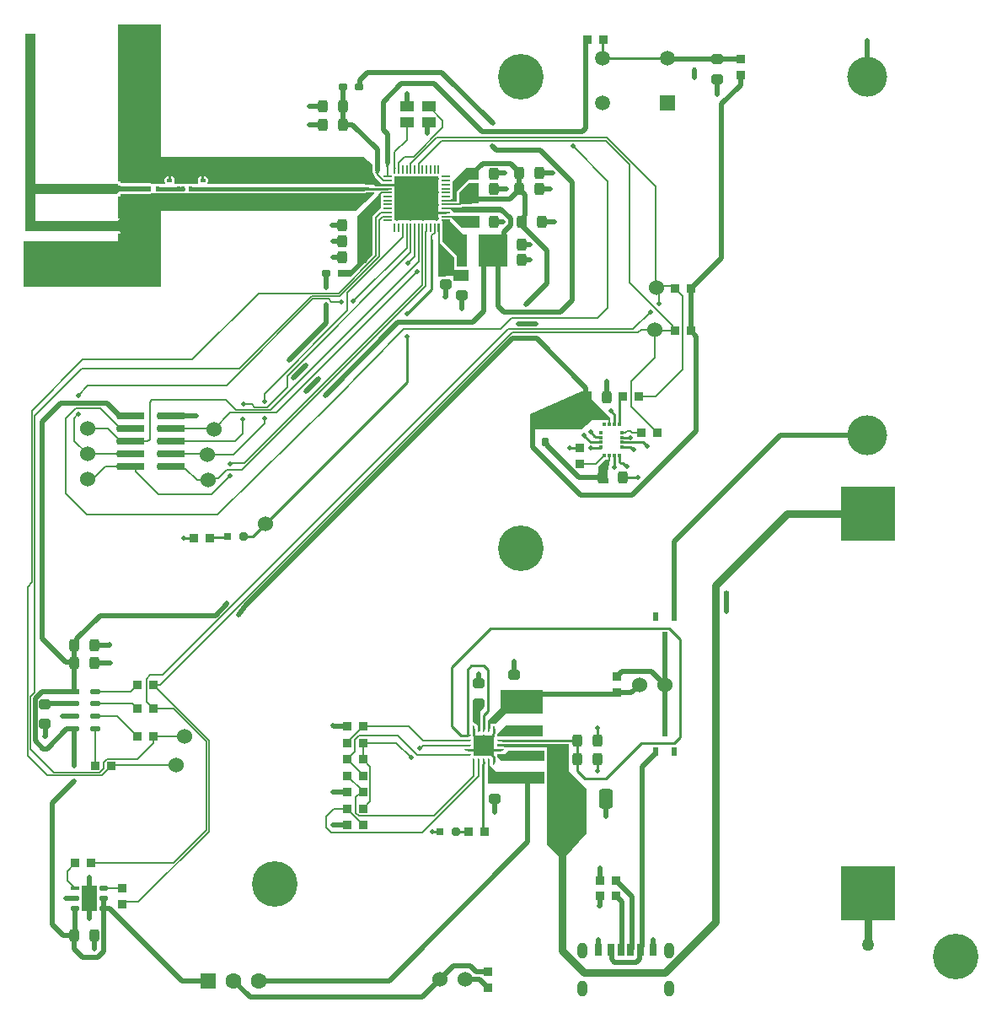
<source format=gtl>
G04*
G04 #@! TF.GenerationSoftware,Altium Limited,Altium Designer,24.1.2 (44)*
G04*
G04 Layer_Physical_Order=1*
G04 Layer_Color=255*
%FSLAX44Y44*%
%MOMM*%
G71*
G04*
G04 #@! TF.SameCoordinates,F17E1149-1677-4603-BC53-BAD2445CDC7D*
G04*
G04*
G04 #@! TF.FilePolarity,Positive*
G04*
G01*
G75*
%ADD15C,0.2540*%
%ADD17C,0.1778*%
G04:AMPARAMS|DCode=21|XSize=1.2mm|YSize=1mm|CornerRadius=0.25mm|HoleSize=0mm|Usage=FLASHONLY|Rotation=90.000|XOffset=0mm|YOffset=0mm|HoleType=Round|Shape=RoundedRectangle|*
%AMROUNDEDRECTD21*
21,1,1.2000,0.5000,0,0,90.0*
21,1,0.7000,1.0000,0,0,90.0*
1,1,0.5000,0.2500,0.3500*
1,1,0.5000,0.2500,-0.3500*
1,1,0.5000,-0.2500,-0.3500*
1,1,0.5000,-0.2500,0.3500*
%
%ADD21ROUNDEDRECTD21*%
G04:AMPARAMS|DCode=22|XSize=0.9mm|YSize=0.9mm|CornerRadius=0.225mm|HoleSize=0mm|Usage=FLASHONLY|Rotation=0.000|XOffset=0mm|YOffset=0mm|HoleType=Round|Shape=RoundedRectangle|*
%AMROUNDEDRECTD22*
21,1,0.9000,0.4500,0,0,0.0*
21,1,0.4500,0.9000,0,0,0.0*
1,1,0.4500,0.2250,-0.2250*
1,1,0.4500,-0.2250,-0.2250*
1,1,0.4500,-0.2250,0.2250*
1,1,0.4500,0.2250,0.2250*
%
%ADD22ROUNDEDRECTD22*%
%ADD23O,0.2200X0.8600*%
%ADD24R,0.2200X0.8600*%
%ADD25O,0.8600X0.2200*%
G04:AMPARAMS|DCode=26|XSize=1.2mm|YSize=1mm|CornerRadius=0.25mm|HoleSize=0mm|Usage=FLASHONLY|Rotation=0.000|XOffset=0mm|YOffset=0mm|HoleType=Round|Shape=RoundedRectangle|*
%AMROUNDEDRECTD26*
21,1,1.2000,0.5000,0,0,0.0*
21,1,0.7000,1.0000,0,0,0.0*
1,1,0.5000,0.3500,-0.2500*
1,1,0.5000,-0.3500,-0.2500*
1,1,0.5000,-0.3500,0.2500*
1,1,0.5000,0.3500,0.2500*
%
%ADD26ROUNDEDRECTD26*%
%ADD27R,5.5000X5.5000*%
G04:AMPARAMS|DCode=28|XSize=0.7mm|YSize=0.85mm|CornerRadius=0.175mm|HoleSize=0mm|Usage=FLASHONLY|Rotation=270.000|XOffset=0mm|YOffset=0mm|HoleType=Round|Shape=RoundedRectangle|*
%AMROUNDEDRECTD28*
21,1,0.7000,0.5000,0,0,270.0*
21,1,0.3500,0.8500,0,0,270.0*
1,1,0.3500,-0.2500,-0.1750*
1,1,0.3500,-0.2500,0.1750*
1,1,0.3500,0.2500,0.1750*
1,1,0.3500,0.2500,-0.1750*
%
%ADD28ROUNDEDRECTD28*%
%ADD29R,0.4500X0.5000*%
G04:AMPARAMS|DCode=30|XSize=2mm|YSize=1.4mm|CornerRadius=0.35mm|HoleSize=0mm|Usage=FLASHONLY|Rotation=90.000|XOffset=0mm|YOffset=0mm|HoleType=Round|Shape=RoundedRectangle|*
%AMROUNDEDRECTD30*
21,1,2.0000,0.7000,0,0,90.0*
21,1,1.3000,1.4000,0,0,90.0*
1,1,0.7000,0.3500,0.6500*
1,1,0.7000,0.3500,-0.6500*
1,1,0.7000,-0.3500,-0.6500*
1,1,0.7000,-0.3500,0.6500*
%
%ADD30ROUNDEDRECTD30*%
%ADD31R,0.5000X0.4500*%
G04:AMPARAMS|DCode=32|XSize=0.7mm|YSize=0.85mm|CornerRadius=0.175mm|HoleSize=0mm|Usage=FLASHONLY|Rotation=0.000|XOffset=0mm|YOffset=0mm|HoleType=Round|Shape=RoundedRectangle|*
%AMROUNDEDRECTD32*
21,1,0.7000,0.5000,0,0,0.0*
21,1,0.3500,0.8500,0,0,0.0*
1,1,0.3500,0.1750,-0.2500*
1,1,0.3500,-0.1750,-0.2500*
1,1,0.3500,-0.1750,0.2500*
1,1,0.3500,0.1750,0.2500*
%
%ADD32ROUNDEDRECTD32*%
%ADD33R,1.0000X3.2000*%
%ADD34R,0.8000X1.2000*%
%ADD35R,0.7600X1.2000*%
%ADD36R,0.7000X1.2000*%
%ADD37R,3.2000X1.0000*%
%ADD38R,0.8000X0.8000*%
G04:AMPARAMS|DCode=39|XSize=0.8mm|YSize=0.8mm|CornerRadius=0.2mm|HoleSize=0mm|Usage=FLASHONLY|Rotation=90.000|XOffset=0mm|YOffset=0mm|HoleType=Round|Shape=RoundedRectangle|*
%AMROUNDEDRECTD39*
21,1,0.8000,0.4000,0,0,90.0*
21,1,0.4000,0.8000,0,0,90.0*
1,1,0.4000,0.2000,0.2000*
1,1,0.4000,0.2000,-0.2000*
1,1,0.4000,-0.2000,-0.2000*
1,1,0.4000,-0.2000,0.2000*
%
%ADD39ROUNDEDRECTD39*%
G04:AMPARAMS|DCode=40|XSize=0.9mm|YSize=0.9mm|CornerRadius=0.225mm|HoleSize=0mm|Usage=FLASHONLY|Rotation=270.000|XOffset=0mm|YOffset=0mm|HoleType=Round|Shape=RoundedRectangle|*
%AMROUNDEDRECTD40*
21,1,0.9000,0.4500,0,0,270.0*
21,1,0.4500,0.9000,0,0,270.0*
1,1,0.4500,-0.2250,-0.2250*
1,1,0.4500,-0.2250,0.2250*
1,1,0.4500,0.2250,0.2250*
1,1,0.4500,0.2250,-0.2250*
%
%ADD40ROUNDEDRECTD40*%
G04:AMPARAMS|DCode=41|XSize=2.794mm|YSize=0.7366mm|CornerRadius=0.1842mm|HoleSize=0mm|Usage=FLASHONLY|Rotation=0.000|XOffset=0mm|YOffset=0mm|HoleType=Round|Shape=RoundedRectangle|*
%AMROUNDEDRECTD41*
21,1,2.7940,0.3683,0,0,0.0*
21,1,2.4257,0.7366,0,0,0.0*
1,1,0.3683,1.2129,-0.1842*
1,1,0.3683,-1.2129,-0.1842*
1,1,0.3683,-1.2129,0.1842*
1,1,0.3683,1.2129,0.1842*
%
%ADD41ROUNDEDRECTD41*%
%ADD42R,8.4074X1.0160*%
%ADD43R,0.9906X19.8628*%
%ADD44R,0.4000X0.5000*%
G04:AMPARAMS|DCode=45|XSize=0.5mm|YSize=0.4mm|CornerRadius=0.1mm|HoleSize=0mm|Usage=FLASHONLY|Rotation=270.000|XOffset=0mm|YOffset=0mm|HoleType=Round|Shape=RoundedRectangle|*
%AMROUNDEDRECTD45*
21,1,0.5000,0.2000,0,0,270.0*
21,1,0.3000,0.4000,0,0,270.0*
1,1,0.2000,-0.1000,-0.1500*
1,1,0.2000,-0.1000,0.1500*
1,1,0.2000,0.1000,0.1500*
1,1,0.2000,0.1000,-0.1500*
%
%ADD45ROUNDEDRECTD45*%
%ADD46R,1.4000X1.1000*%
G04:AMPARAMS|DCode=47|XSize=0.5mm|YSize=0.4mm|CornerRadius=0.1mm|HoleSize=0mm|Usage=FLASHONLY|Rotation=180.000|XOffset=0mm|YOffset=0mm|HoleType=Round|Shape=RoundedRectangle|*
%AMROUNDEDRECTD47*
21,1,0.5000,0.2000,0,0,180.0*
21,1,0.3000,0.4000,0,0,180.0*
1,1,0.2000,-0.1500,0.1000*
1,1,0.2000,0.1500,0.1000*
1,1,0.2000,0.1500,-0.1000*
1,1,0.2000,-0.1500,-0.1000*
%
%ADD47ROUNDEDRECTD47*%
%ADD48R,0.5000X0.4000*%
G04:AMPARAMS|DCode=50|XSize=0.24mm|YSize=0.6mm|CornerRadius=0.06mm|HoleSize=0mm|Usage=FLASHONLY|Rotation=270.000|XOffset=0mm|YOffset=0mm|HoleType=Round|Shape=RoundedRectangle|*
%AMROUNDEDRECTD50*
21,1,0.2400,0.4800,0,0,270.0*
21,1,0.1200,0.6000,0,0,270.0*
1,1,0.1200,-0.2400,-0.0600*
1,1,0.1200,-0.2400,0.0600*
1,1,0.1200,0.2400,0.0600*
1,1,0.1200,0.2400,-0.0600*
%
%ADD50ROUNDEDRECTD50*%
G04:AMPARAMS|DCode=51|XSize=0.24mm|YSize=0.6mm|CornerRadius=0.06mm|HoleSize=0mm|Usage=FLASHONLY|Rotation=0.000|XOffset=0mm|YOffset=0mm|HoleType=Round|Shape=RoundedRectangle|*
%AMROUNDEDRECTD51*
21,1,0.2400,0.4800,0,0,0.0*
21,1,0.1200,0.6000,0,0,0.0*
1,1,0.1200,0.0600,-0.2400*
1,1,0.1200,-0.0600,-0.2400*
1,1,0.1200,-0.0600,0.2400*
1,1,0.1200,0.0600,0.2400*
%
%ADD51ROUNDEDRECTD51*%
G04:AMPARAMS|DCode=52|XSize=0.24mm|YSize=0.6mm|CornerRadius=0.06mm|HoleSize=0mm|Usage=FLASHONLY|Rotation=270.000|XOffset=0mm|YOffset=0mm|HoleType=Round|Shape=RoundedRectangle|*
%AMROUNDEDRECTD52*
21,1,0.2400,0.4800,0,0,270.0*
21,1,0.1200,0.6000,0,0,270.0*
1,1,0.1200,-0.2400,-0.0600*
1,1,0.1200,-0.2400,0.0600*
1,1,0.1200,0.2400,0.0600*
1,1,0.1200,0.2400,-0.0600*
%
%ADD52ROUNDEDRECTD52*%
%ADD53R,0.2400X0.6000*%
%ADD54R,0.5600X0.9500*%
%ADD55C,4.0000*%
G04:AMPARAMS|DCode=56|XSize=3.2mm|YSize=1mm|CornerRadius=0.25mm|HoleSize=0mm|Usage=FLASHONLY|Rotation=0.000|XOffset=0mm|YOffset=0mm|HoleType=Round|Shape=RoundedRectangle|*
%AMROUNDEDRECTD56*
21,1,3.2000,0.5000,0,0,0.0*
21,1,2.7000,1.0000,0,0,0.0*
1,1,0.5000,1.3500,-0.2500*
1,1,0.5000,-1.3500,-0.2500*
1,1,0.5000,-1.3500,0.2500*
1,1,0.5000,1.3500,0.2500*
%
%ADD56ROUNDEDRECTD56*%
G04:AMPARAMS|DCode=57|XSize=0.55mm|YSize=1.05mm|CornerRadius=0.1375mm|HoleSize=0mm|Usage=FLASHONLY|Rotation=90.000|XOffset=0mm|YOffset=0mm|HoleType=Round|Shape=RoundedRectangle|*
%AMROUNDEDRECTD57*
21,1,0.5500,0.7750,0,0,90.0*
21,1,0.2750,1.0500,0,0,90.0*
1,1,0.2750,0.3875,0.1375*
1,1,0.2750,0.3875,-0.1375*
1,1,0.2750,-0.3875,-0.1375*
1,1,0.2750,-0.3875,0.1375*
%
%ADD57ROUNDEDRECTD57*%
%ADD58R,1.0500X0.5500*%
%ADD59R,0.8500X0.4500*%
G04:AMPARAMS|DCode=60|XSize=0.45mm|YSize=0.85mm|CornerRadius=0.1125mm|HoleSize=0mm|Usage=FLASHONLY|Rotation=90.000|XOffset=0mm|YOffset=0mm|HoleType=Round|Shape=RoundedRectangle|*
%AMROUNDEDRECTD60*
21,1,0.4500,0.6250,0,0,90.0*
21,1,0.2250,0.8500,0,0,90.0*
1,1,0.2250,0.3125,0.1125*
1,1,0.2250,0.3125,-0.1125*
1,1,0.2250,-0.3125,-0.1125*
1,1,0.2250,-0.3125,0.1125*
%
%ADD60ROUNDEDRECTD60*%
%ADD61R,1.6000X2.5000*%
%ADD62R,0.3000X0.3000*%
%ADD63R,0.3000X0.3000*%
%ADD112R,4.4500X4.4500*%
%ADD113R,2.0500X2.0500*%
%ADD114C,0.1524*%
%ADD115C,0.5080*%
%ADD116C,0.7620*%
%ADD117C,0.2200*%
%ADD118C,0.4000*%
%ADD119C,1.0160*%
%ADD120C,0.2400*%
%ADD121C,0.5000*%
%ADD122C,1.5240*%
%ADD123C,4.5720*%
%ADD124O,1.0000X1.6000*%
%ADD125C,1.5080*%
%ADD126R,1.5080X1.5080*%
%ADD127C,1.6000*%
%ADD128R,1.6000X1.6000*%
%ADD129C,0.5080*%
%ADD130C,1.2700*%
G36*
X370662Y845559D02*
X370486Y845243D01*
X370331Y844854D01*
X370197Y844392D01*
X370083Y843858D01*
X369990Y843251D01*
X369865Y841818D01*
X369824Y840095D01*
X368300D01*
X368290Y840993D01*
X368134Y843251D01*
X368041Y843858D01*
X367927Y844392D01*
X367793Y844854D01*
X367637Y845243D01*
X367462Y845559D01*
X367265Y845803D01*
X370859D01*
X370662Y845559D01*
D02*
G37*
G36*
X360689Y838123D02*
X360118Y837248D01*
X359979Y836993D01*
X359776Y836537D01*
X359713Y836336D01*
X359675Y836154D01*
X359662Y835990D01*
X358138D01*
X358125Y836154D01*
X358087Y836336D01*
X358024Y836537D01*
X357935Y836756D01*
X357821Y836993D01*
X357517Y837522D01*
X357327Y837813D01*
X356870Y838451D01*
X360930D01*
X360689Y838123D01*
D02*
G37*
G36*
X141478Y853440D02*
X344834D01*
X353721Y845548D01*
Y839978D01*
X354115Y837996D01*
X354652Y837192D01*
X354764Y836944D01*
X355188Y836352D01*
X355308Y836167D01*
X355529Y835784D01*
X355566Y835706D01*
X355581Y835670D01*
X355590Y835625D01*
X355613Y835571D01*
X355618Y835556D01*
X355620Y835551D01*
X355790Y834701D01*
X356519Y833609D01*
X362642Y827486D01*
X362662Y827384D01*
X362511Y827158D01*
X362229Y825738D01*
X361992Y825449D01*
X349320D01*
X347944Y825476D01*
X347234Y825529D01*
X347222Y825530D01*
X346497Y826014D01*
X344726Y826367D01*
X189159D01*
X188472Y827637D01*
X188694Y828753D01*
Y830753D01*
X188419Y832134D01*
X187637Y833306D01*
X186466Y834088D01*
X185085Y834363D01*
X184855D01*
Y829753D01*
X182315D01*
Y834363D01*
X182085D01*
X180704Y834088D01*
X179533Y833306D01*
X178750Y832134D01*
X178476Y830753D01*
Y828753D01*
X178695Y827652D01*
X178001Y826382D01*
X175833D01*
Y826793D01*
X161477D01*
X161398Y826812D01*
X161360Y826805D01*
X161323Y826813D01*
X161226Y826793D01*
X158753D01*
Y826395D01*
X158547Y826382D01*
X156020D01*
X155326Y827652D01*
X155545Y828753D01*
Y830753D01*
X155270Y832134D01*
X154487Y833305D01*
X153317Y834087D01*
X151935Y834362D01*
X151705D01*
Y829753D01*
X149165D01*
Y834362D01*
X148935D01*
X147554Y834087D01*
X146383Y833305D01*
X145601Y832134D01*
X145326Y830753D01*
Y828753D01*
X145545Y827652D01*
X144851Y826382D01*
X142559D01*
Y826793D01*
X133479D01*
X133479Y826793D01*
X132209Y826626D01*
X131019Y826863D01*
X129433D01*
X129286Y826892D01*
X101902D01*
X101539Y826924D01*
X101012Y827011D01*
X100639Y827111D01*
X100584Y827133D01*
Y829310D01*
X98110D01*
X98044Y829323D01*
Y986715D01*
X141478D01*
X141478Y853440D01*
D02*
G37*
G36*
X346238Y823093D02*
X346410Y823039D01*
X346655Y822992D01*
X346972Y822951D01*
X347823Y822888D01*
X350396Y822838D01*
Y820638D01*
X349644Y820635D01*
X346410Y820436D01*
X346238Y820383D01*
X346139Y820323D01*
Y823153D01*
X346238Y823093D01*
D02*
G37*
G36*
X161323Y819284D02*
X161283Y819373D01*
X161163Y819453D01*
X160963Y819523D01*
X160683Y819584D01*
X160323Y819636D01*
X159363Y819711D01*
X157323Y819753D01*
Y823753D01*
X158083Y823758D01*
X160683Y823922D01*
X160963Y823983D01*
X161163Y824054D01*
X161283Y824134D01*
X161323Y824223D01*
Y819284D01*
D02*
G37*
G36*
X356469Y816846D02*
X337590Y799084D01*
X141478D01*
X141479Y723138D01*
X3885D01*
Y768604D01*
X98044D01*
Y776224D01*
X100584D01*
Y782574D01*
X56007D01*
Y785114D01*
X100584D01*
Y791464D01*
X98044D01*
Y814070D01*
X100584D01*
Y816370D01*
X100644Y816395D01*
X101014Y816495D01*
X101541Y816582D01*
X101906Y816615D01*
X129286D01*
X129434Y816644D01*
X131019D01*
X132209Y816881D01*
X133479Y816713D01*
Y816713D01*
X142559D01*
Y817124D01*
X150435D01*
X150435Y817124D01*
X150435Y817124D01*
X158753D01*
Y816713D01*
X161226D01*
X161323Y816694D01*
X161361Y816701D01*
X161398Y816695D01*
X161478Y816713D01*
X175833D01*
Y817124D01*
X183581D01*
X183591Y817126D01*
X183600Y817124D01*
X185194D01*
X185272Y817109D01*
X185272Y817109D01*
X344726D01*
X346497Y817461D01*
X347133Y817886D01*
X349423Y818027D01*
X356001D01*
X356469Y816846D01*
D02*
G37*
G36*
X98063Y826267D02*
X98214Y825844D01*
X98463Y825471D01*
X98813Y825148D01*
X99263Y824875D01*
X99813Y824651D01*
X100463Y824477D01*
X101214Y824353D01*
X102064Y824278D01*
X103013Y824253D01*
Y819253D01*
X102064Y819228D01*
X101214Y819153D01*
X100463Y819028D01*
X99813Y818853D01*
X99263Y818628D01*
X98813Y818353D01*
X98463Y818028D01*
X98214Y817653D01*
X98063Y817228D01*
X98013Y816753D01*
Y826740D01*
X98063Y826267D01*
D02*
G37*
G36*
X461010Y842074D02*
Y830834D01*
X451104D01*
X438912Y818642D01*
Y808736D01*
X424434D01*
Y810068D01*
X424641Y810026D01*
X431041D01*
X432461Y810309D01*
X433148Y810768D01*
X434848D01*
Y829056D01*
X448564Y842772D01*
X460312D01*
X461010Y842074D01*
D02*
G37*
G36*
X460756Y806550D02*
X454152D01*
X453902Y806500D01*
X445008D01*
X444804Y806459D01*
X444597Y806467D01*
X444314Y806362D01*
X444017Y806303D01*
X443844Y806187D01*
X443650Y806115D01*
X442242Y805248D01*
X432984D01*
X432808Y805213D01*
X432702Y805234D01*
X432122D01*
X431041Y805449D01*
X424641D01*
X424180Y805358D01*
Y806704D01*
X440944D01*
Y817118D01*
X450850Y827024D01*
X460756D01*
Y806550D01*
D02*
G37*
G36*
X483362Y797306D02*
X461514D01*
X461264Y797356D01*
X436071D01*
X434480Y799103D01*
X434469Y799158D01*
X433665Y800362D01*
X432908Y800868D01*
X432167Y802250D01*
X432461Y802309D01*
X432984Y802658D01*
X442976D01*
X445008Y803910D01*
X482702D01*
X483362Y797306D01*
D02*
G37*
G36*
X432054Y788924D02*
X445516Y775462D01*
X448818D01*
Y743458D01*
X438912D01*
X438912Y754634D01*
X424434Y769112D01*
X424434Y790068D01*
X424641Y790026D01*
X431041D01*
X432054Y790228D01*
Y788924D01*
D02*
G37*
G36*
X461264Y782066D02*
X444061D01*
X433308Y792819D01*
Y794608D01*
X461264D01*
Y782066D01*
D02*
G37*
G36*
X414276Y773967D02*
X414409Y771816D01*
X414440Y771757D01*
X412584D01*
X412615Y771816D01*
X412644Y771921D01*
X412669Y772074D01*
X412690Y772272D01*
X412735Y773149D01*
X412750Y774446D01*
X414274D01*
X414276Y773967D01*
D02*
G37*
G36*
X489458Y744220D02*
X488696Y743458D01*
X460756D01*
Y775462D01*
X489458D01*
Y744220D01*
D02*
G37*
G36*
X362204Y801878D02*
X354330Y794004D01*
X354330Y755423D01*
X331951Y733044D01*
X319786D01*
Y740156D01*
X332232D01*
X338836Y746760D01*
Y794004D01*
X362204Y817190D01*
Y801878D01*
D02*
G37*
G36*
X421844Y769112D02*
X422041Y768121D01*
X422148Y767961D01*
Y767022D01*
X436322Y752848D01*
X436322Y743458D01*
X436372Y743208D01*
Y739844D01*
X450342D01*
Y729176D01*
X435863D01*
X435740Y729797D01*
X435356Y730371D01*
Y733748D01*
X420116Y733502D01*
Y778757D01*
X420202Y779188D01*
Y785588D01*
X420116Y786019D01*
Y786638D01*
X421844D01*
X421844Y769112D01*
D02*
G37*
G36*
X574040Y610870D02*
X593015Y591895D01*
Y589260D01*
X592860D01*
Y583692D01*
X590940D01*
Y589260D01*
X590296D01*
Y589280D01*
X574962D01*
X563786Y579628D01*
X512826D01*
Y594868D01*
X564388Y618236D01*
X574040D01*
X574040Y610870D01*
D02*
G37*
G36*
X592860Y549680D02*
X592956D01*
X590757Y536954D01*
X590834Y525780D01*
X580644D01*
Y542500D01*
X587824Y549680D01*
X590940D01*
Y555207D01*
X592860D01*
Y549680D01*
D02*
G37*
G36*
X525018Y304546D02*
Y294894D01*
X487934D01*
X477970Y284930D01*
X472350D01*
Y279758D01*
X472277Y279390D01*
Y279237D01*
X472186Y279146D01*
Y276860D01*
X469900D01*
Y279015D01*
X469975Y279390D01*
Y288111D01*
X482600Y300736D01*
Y318770D01*
X525018D01*
Y304546D01*
D02*
G37*
G36*
X465919Y300819D02*
X462280Y297180D01*
Y293765D01*
X462205Y293390D01*
Y279390D01*
X462280Y279015D01*
Y276606D01*
X459903D01*
Y279390D01*
X459892Y279449D01*
Y281790D01*
X459648Y283015D01*
X458954Y284054D01*
X457915Y284748D01*
X457323Y284865D01*
X454914Y287274D01*
Y307848D01*
X465919D01*
Y300819D01*
D02*
G37*
G36*
X525018Y271855D02*
X484821D01*
X484772Y271845D01*
X484320D01*
X483994Y271780D01*
X479806D01*
Y273850D01*
X479830D01*
Y274090D01*
X488442Y282702D01*
X525018D01*
Y271855D01*
D02*
G37*
G36*
X526542Y247650D02*
X483616D01*
X479778Y251488D01*
X479613Y252317D01*
X479552Y252409D01*
Y254076D01*
X482590D01*
X482649Y254088D01*
X484990D01*
X485823Y254254D01*
X486918D01*
X490474Y257810D01*
X526542D01*
Y247650D01*
D02*
G37*
G36*
X472186Y242316D02*
X478536Y235966D01*
X526542D01*
Y224536D01*
X470408D01*
X470045Y224899D01*
Y246320D01*
X469900Y247047D01*
Y248920D01*
X472186D01*
X472186Y242316D01*
D02*
G37*
G36*
X551688Y236474D02*
X569214Y218948D01*
Y174498D01*
X547116Y150261D01*
X542088D01*
X529336Y163322D01*
X529336Y261112D01*
X486717D01*
X486215Y261448D01*
X484990Y261691D01*
X482649D01*
X482590Y261703D01*
X479606D01*
X479806Y263906D01*
X551688D01*
Y236474D01*
D02*
G37*
D15*
X388990Y627750D02*
Y672730D01*
X388874Y672846D02*
X388990Y672730D01*
X413512Y720831D02*
Y770890D01*
X388885Y696203D02*
X413512Y720831D01*
X465084Y177662D02*
Y243724D01*
Y177662D02*
X466470Y176276D01*
X466090Y244730D02*
Y246390D01*
X465084Y243724D02*
X466090Y244730D01*
X438022Y175768D02*
X449962D01*
X233665Y472425D02*
X246380Y485140D01*
X388990Y627750D01*
X224627Y472425D02*
X233665D01*
X472742Y380540D02*
X651854D01*
X433832Y341630D02*
X472742Y380540D01*
X650470Y952500D02*
X650895Y952075D01*
X677247D02*
X677672Y951650D01*
X585470Y952500D02*
X650470D01*
X585660Y952690D02*
Y971360D01*
X585850Y971550D01*
X585470Y952500D02*
X585660Y952690D01*
X398887Y812134D02*
X412490Y798531D01*
X593344Y598245D02*
Y598932D01*
X596900Y585220D02*
Y594689D01*
X593344Y598245D02*
X596900Y594689D01*
X609167Y543052D02*
X609854D01*
X605749Y546470D02*
X609167Y543052D01*
X601900Y547958D02*
X603388Y546470D01*
X605749D01*
X604900Y571970D02*
X612027D01*
X612840Y571156D01*
X613528D01*
X604900Y561970D02*
X613446D01*
X616108Y559308D01*
X616204D01*
X573056Y566970D02*
X583900D01*
X566928Y573099D02*
X573056Y566970D01*
X566928Y573099D02*
Y573786D01*
X577086Y573604D02*
Y573608D01*
Y573604D02*
X578574Y572116D01*
X583754D01*
X573532Y577163D02*
Y577850D01*
Y577163D02*
X577086Y573608D01*
X583754Y572116D02*
X583900Y571970D01*
X604900Y566970D02*
X625888D01*
X629741Y563118D02*
X630428D01*
X625888Y566970D02*
X629741Y563118D01*
X583712Y561782D02*
X583900Y561970D01*
X573466Y561782D02*
X583712D01*
X573278Y561594D02*
X573466Y561782D01*
X442628Y272890D02*
X449590D01*
X433832Y281686D02*
X442628Y272890D01*
X433832Y281686D02*
Y341630D01*
X164203Y471155D02*
X174336D01*
X484821Y267970D02*
X560230D01*
X484811Y267960D02*
X484821Y267970D01*
X484320Y267960D02*
X484811D01*
X598186Y314596D02*
X599440Y315850D01*
X496570Y313342D02*
X497824Y314596D01*
X510450Y252820D02*
X510540Y252730D01*
X115492Y784374D02*
X116022Y783844D01*
X190971Y471790D02*
X207992D01*
X466090Y293390D02*
X469804Y297104D01*
Y338936D01*
X466126Y342614D02*
X469804Y338936D01*
X453612Y342614D02*
X466126D01*
X449590Y338592D02*
X453612Y342614D01*
X449590Y272890D02*
Y338592D01*
X601900Y547958D02*
Y553720D01*
Y585220D02*
Y609370D01*
X414020Y175768D02*
X422022D01*
X450470Y176276D02*
X450722Y176528D01*
X449962Y175768D02*
X450470Y176276D01*
X589176Y628754D02*
X589280Y628650D01*
X552068Y561720D02*
X562610D01*
X551942Y561594D02*
X552068Y561720D01*
X596900Y541782D02*
Y553720D01*
X624224Y264970D02*
X657512D01*
X663270Y270728D01*
Y369124D01*
X114883Y783844D02*
X115413Y784374D01*
X115492D01*
X391907Y818321D02*
X398490Y811738D01*
X384491Y825738D02*
X391907Y818321D01*
X466090Y262890D02*
X471090Y257890D01*
X560230Y237330D02*
X567817Y229743D01*
X588997D01*
X560230Y237330D02*
Y248920D01*
Y267970D01*
X651854Y380540D02*
X663270Y369124D01*
X588997Y229743D02*
X624224Y264970D01*
X580310Y268050D02*
Y279828D01*
X580390Y279908D01*
X580230Y267970D02*
X580310Y268050D01*
X580056Y248746D02*
X580230Y248920D01*
X580056Y236902D02*
Y248746D01*
X579882Y236728D02*
X580056Y236902D01*
X620268Y531622D02*
X620522Y531368D01*
X605884Y531622D02*
X620268D01*
X466090Y279390D02*
Y293390D01*
X605630Y531876D02*
X605884Y531622D01*
X605630Y531876D02*
Y533542D01*
X601900Y609370D02*
X605410Y612880D01*
Y613410D01*
X589120Y611140D02*
Y612140D01*
D17*
X432702Y801738D02*
X436118Y798322D01*
X427841Y801738D02*
X432702D01*
X427841Y793738D02*
X435102D01*
D21*
X521810Y821690D02*
D03*
X501810D02*
D03*
X323756Y785114D02*
D03*
X343756D02*
D03*
X456090Y788162D02*
D03*
X476090D02*
D03*
X304452Y904494D02*
D03*
X324452D02*
D03*
X324198Y885952D02*
D03*
X304198D02*
D03*
X343756Y752856D02*
D03*
X323756D02*
D03*
X343756Y768604D02*
D03*
X323756D02*
D03*
X504096Y788670D02*
D03*
X524096D02*
D03*
X475836Y821182D02*
D03*
X455836D02*
D03*
X483776Y765810D02*
D03*
X503776D02*
D03*
X74770Y345440D02*
D03*
X54770D02*
D03*
Y363220D02*
D03*
X74770D02*
D03*
X569120Y612140D02*
D03*
X589120D02*
D03*
X605630Y531876D02*
D03*
X585630D02*
D03*
X74770Y72390D02*
D03*
X54770D02*
D03*
X580230Y267970D02*
D03*
X560230D02*
D03*
X580230Y248920D02*
D03*
X560230D02*
D03*
X503776Y750570D02*
D03*
X483776D02*
D03*
X501810Y837184D02*
D03*
X521810D02*
D03*
X456090Y836930D02*
D03*
X476090D02*
D03*
D22*
X723900Y935610D02*
D03*
Y951610D02*
D03*
X599440Y315850D02*
D03*
Y331850D02*
D03*
X562610Y545720D02*
D03*
Y561720D02*
D03*
X102870Y103760D02*
D03*
Y119760D02*
D03*
X469900Y19940D02*
D03*
Y35940D02*
D03*
D23*
X420490Y782388D02*
D03*
X416490Y841088D02*
D03*
X412490D02*
D03*
X408490D02*
D03*
X404490D02*
D03*
X400490D02*
D03*
X396490D02*
D03*
X392491D02*
D03*
X388490D02*
D03*
X384491D02*
D03*
X380490D02*
D03*
X376491D02*
D03*
Y782388D02*
D03*
X380490D02*
D03*
X384491D02*
D03*
X388490D02*
D03*
X392491D02*
D03*
X396490D02*
D03*
X400490D02*
D03*
X408490D02*
D03*
X412490D02*
D03*
X416490D02*
D03*
X404490D02*
D03*
D24*
X420490Y841088D02*
D03*
D25*
X369140Y833738D02*
D03*
Y829738D02*
D03*
Y825738D02*
D03*
Y821738D02*
D03*
Y817738D02*
D03*
Y813738D02*
D03*
Y809738D02*
D03*
Y805738D02*
D03*
Y801738D02*
D03*
Y797738D02*
D03*
Y793738D02*
D03*
Y789738D02*
D03*
X427841D02*
D03*
Y793738D02*
D03*
Y797738D02*
D03*
Y801738D02*
D03*
Y805738D02*
D03*
Y809738D02*
D03*
Y813738D02*
D03*
Y817738D02*
D03*
Y821738D02*
D03*
Y825738D02*
D03*
Y829738D02*
D03*
Y833738D02*
D03*
D26*
X700278Y931578D02*
D03*
Y951578D02*
D03*
X427492Y745330D02*
D03*
Y725330D02*
D03*
X25146Y284386D02*
D03*
Y304386D02*
D03*
X496570Y333342D02*
D03*
Y313342D02*
D03*
X461010Y324960D02*
D03*
Y304960D02*
D03*
X476758Y209616D02*
D03*
Y229616D02*
D03*
X443992Y714408D02*
D03*
Y734408D02*
D03*
D27*
X851916Y495554D02*
D03*
Y114554D02*
D03*
D28*
X340736Y923798D02*
D03*
X324236D02*
D03*
X307472Y736600D02*
D03*
X323972D02*
D03*
D29*
X677672Y951650D02*
D03*
Y940650D02*
D03*
D30*
X588310Y208788D02*
D03*
X562310D02*
D03*
D31*
X698588Y415544D02*
D03*
X709588D02*
D03*
D32*
X528066Y584068D02*
D03*
Y567568D02*
D03*
D33*
X443914Y759460D02*
D03*
X465914D02*
D03*
D34*
X581064Y57342D02*
D03*
X636064D02*
D03*
D35*
X593364D02*
D03*
X623764D02*
D03*
D36*
X603564D02*
D03*
X613564D02*
D03*
D37*
X509270Y277544D02*
D03*
Y299544D02*
D03*
D38*
X208626Y472425D02*
D03*
X422022Y175768D02*
D03*
D39*
X224626Y472425D02*
D03*
X438022Y175768D02*
D03*
D40*
X190336Y471155D02*
D03*
X174336D02*
D03*
X624460Y576580D02*
D03*
X640460D02*
D03*
X658115Y721233D02*
D03*
X674115D02*
D03*
X658115Y678815D02*
D03*
X674115D02*
D03*
X605410Y613410D02*
D03*
X621410D02*
D03*
X585850Y971550D02*
D03*
X569850D02*
D03*
X344550Y265430D02*
D03*
X328550D02*
D03*
X133730Y323850D02*
D03*
X117730D02*
D03*
X133730Y299720D02*
D03*
X117730D02*
D03*
X328550Y281940D02*
D03*
X344550D02*
D03*
X71500Y144780D02*
D03*
X55500D02*
D03*
X582550Y111760D02*
D03*
X598550D02*
D03*
X582550Y127000D02*
D03*
X598550D02*
D03*
X344550Y232410D02*
D03*
X328550D02*
D03*
X344550Y248920D02*
D03*
X328550D02*
D03*
X344550Y199390D02*
D03*
X328550D02*
D03*
X133730Y271780D02*
D03*
X117730D02*
D03*
X91820Y242570D02*
D03*
X75820D02*
D03*
X344550Y182880D02*
D03*
X328550D02*
D03*
X344550Y215900D02*
D03*
X328550D02*
D03*
X466470Y176276D02*
D03*
X450470D02*
D03*
D41*
X110998Y593344D02*
D03*
X151638D02*
D03*
X110998Y580644D02*
D03*
X151638D02*
D03*
X110998Y567944D02*
D03*
X151638D02*
D03*
X110998Y555244D02*
D03*
X151638D02*
D03*
X110998Y542544D02*
D03*
X151638D02*
D03*
D42*
X56007Y821690D02*
D03*
Y783844D02*
D03*
D43*
X10033Y878078D02*
D03*
D44*
X138019Y821753D02*
D03*
X163293D02*
D03*
X171293D02*
D03*
D45*
X130019D02*
D03*
D46*
X410761Y904097D02*
D03*
X388760D02*
D03*
X388756Y888099D02*
D03*
X410756D02*
D03*
D47*
X150435Y829753D02*
D03*
X183585Y829753D02*
D03*
D48*
X150435Y821753D02*
D03*
X183585Y821753D02*
D03*
D50*
X482590Y272890D02*
D03*
Y267890D02*
D03*
Y262890D02*
D03*
Y257890D02*
D03*
Y252890D02*
D03*
X449590D02*
D03*
Y262890D02*
D03*
Y267890D02*
D03*
Y272890D02*
D03*
D51*
X476090Y246390D02*
D03*
X471090D02*
D03*
X466090D02*
D03*
X461090D02*
D03*
X456090D02*
D03*
Y279390D02*
D03*
X461090D02*
D03*
X466090D02*
D03*
X471090D02*
D03*
D52*
X449590Y257890D02*
D03*
D53*
X476090Y279390D02*
D03*
D54*
X657200Y392020D02*
D03*
X638200D02*
D03*
X647700Y372520D02*
D03*
Y276450D02*
D03*
X657200Y256950D02*
D03*
X638200D02*
D03*
D55*
X850900Y574040D02*
D03*
Y934040D02*
D03*
D56*
X510540Y252730D02*
D03*
Y230730D02*
D03*
D57*
X75610Y317100D02*
D03*
Y304600D02*
D03*
Y292100D02*
D03*
Y279600D02*
D03*
X54610D02*
D03*
Y292100D02*
D03*
Y304600D02*
D03*
D58*
Y317100D02*
D03*
D59*
X55350Y119220D02*
D03*
D60*
Y109220D02*
D03*
Y99220D02*
D03*
X84350D02*
D03*
Y109220D02*
D03*
Y119220D02*
D03*
D61*
X69850Y109220D02*
D03*
D62*
X596900Y553720D02*
D03*
X591900D02*
D03*
X586900D02*
D03*
Y585220D02*
D03*
X591900D02*
D03*
X596900D02*
D03*
X601900D02*
D03*
Y553720D02*
D03*
D63*
X583900Y561970D02*
D03*
Y566970D02*
D03*
Y571970D02*
D03*
Y576970D02*
D03*
X604900D02*
D03*
Y571970D02*
D03*
Y566970D02*
D03*
Y561970D02*
D03*
D112*
X398490Y811738D02*
D03*
D113*
X466090Y262890D02*
D03*
D114*
X248412Y602234D02*
X268213Y622035D01*
X235712Y602234D02*
X248412D01*
X268213Y622035D02*
Y633545D01*
X210820Y596646D02*
X257302D01*
X194564Y580390D02*
X210820Y596646D01*
X413512Y774446D02*
X416490Y777424D01*
Y782388D01*
X413512Y770890D02*
Y774446D01*
X389890Y746506D02*
Y746734D01*
X396490Y753335D01*
X268213Y633545D02*
X392490Y757822D01*
Y769680D01*
X334772Y708366D02*
X388490Y762084D01*
Y782388D01*
X312800Y708160D02*
X323088D01*
X294386Y710946D02*
X310014D01*
X312800Y708160D01*
X400490Y748337D02*
Y782388D01*
X251594Y599440D02*
X400490Y748337D01*
X396490Y753335D02*
Y782388D01*
X217170Y599440D02*
X251594D01*
X239889Y716534D02*
X320202D01*
X293229Y713740D02*
X321360D01*
X360934Y753314D01*
X328930Y699516D02*
Y717359D01*
X357886Y754218D02*
Y792480D01*
X360934Y753314D02*
Y790194D01*
X328930Y717359D02*
X384491Y772919D01*
X320202Y716534D02*
X357886Y754218D01*
X384491Y772919D02*
Y782388D01*
X245364Y615950D02*
X328930Y699516D01*
X408490Y779005D02*
Y782388D01*
X407876Y724193D02*
Y778391D01*
X222735Y539052D02*
X407876Y724193D01*
Y778391D02*
X408490Y779005D01*
X225539Y545807D02*
X404490Y724759D01*
X257302Y596646D02*
X398648Y737992D01*
X404490Y724759D02*
Y782388D01*
X207314Y539052D02*
X222735D01*
X211776Y545807D02*
X225539D01*
X224790Y605282D02*
X232664D01*
X235712Y602234D01*
X245364Y608076D02*
Y615950D01*
X590550Y702066D02*
Y829056D01*
X555498Y864108D02*
X590550Y829056D01*
X418692Y872744D02*
X589555D01*
X616142Y680404D02*
X633530Y697792D01*
X490794Y680404D02*
X616142D01*
X620917Y677164D02*
X623838Y680085D01*
X638175D01*
X494321Y677164D02*
X620917D01*
X638302Y721233D02*
X642046Y717489D01*
Y705799D02*
Y717489D01*
X133730Y323850D02*
X140999D01*
X494313Y677164D01*
X494321D02*
X494321Y677164D01*
X494313Y677164D02*
X494321D01*
X133730Y323850D02*
X189738Y267842D01*
X126944Y329759D02*
X130433Y333248D01*
X143638D02*
X490794Y680404D01*
X130433Y333248D02*
X143638D01*
X10510Y259558D02*
Y311499D01*
Y259558D02*
X34356Y235712D01*
X224028Y575564D02*
Y590042D01*
X216408Y567944D02*
X224028Y575564D01*
X368799Y829867D02*
X369034Y829632D01*
X365022Y829867D02*
X368799D01*
X358900Y835990D02*
X365022Y829867D01*
X358900Y835990D02*
Y839978D01*
X211095Y545126D02*
X211776Y545807D01*
X384435Y680312D02*
X384897Y680773D01*
X315222Y609100D02*
X384435Y680312D01*
X315203Y609082D02*
X315222Y609100D01*
X198365Y494792D02*
X315203Y609082D01*
X67310Y494792D02*
X198365D01*
X199136Y530874D02*
X207314Y539052D01*
X138938Y515112D02*
X192722D01*
X210820Y533209D01*
X191022Y530874D02*
X199136D01*
X580572Y692088D02*
X590550Y702066D01*
X482667Y680773D02*
X493982Y692088D01*
X580572D01*
X588398Y869950D02*
X612648Y845700D01*
X423898Y869950D02*
X588398D01*
X589555Y872744D02*
X638302Y823997D01*
X369062Y833816D02*
Y847598D01*
Y833816D02*
X369140Y833738D01*
X400490Y846543D02*
X423898Y869950D01*
X392491Y846543D02*
X418692Y872744D01*
X568452Y970152D02*
X569850Y971550D01*
X452352Y834192D02*
X456090Y837930D01*
X424688Y883158D02*
Y890169D01*
X395224Y853694D02*
X424688Y883158D01*
X410761Y904097D02*
X424688Y890169D01*
X612648Y726935D02*
Y845700D01*
X638302Y721233D02*
Y823997D01*
X56104Y600964D02*
X80391D01*
X100711Y580644D01*
X46228Y591088D02*
X56104Y600964D01*
X58420Y613918D02*
X68326Y623824D01*
X207264D01*
X54554Y591449D02*
X58078Y594973D01*
X58375D01*
X207264Y623824D02*
X294386Y710946D01*
X384897Y680773D02*
X482667D01*
X151638Y567944D02*
X216408D01*
X207010Y609600D02*
X217170Y599440D01*
X132588Y609600D02*
X207010D01*
X245759Y585978D02*
Y590804D01*
X214771Y554990D02*
X245759Y585978D01*
X130302Y607314D02*
X132588Y609600D01*
X130302Y570230D02*
Y607314D01*
X188007Y554990D02*
X214771D01*
X188002Y554995D02*
X188007Y554990D01*
X7716Y252380D02*
Y421999D01*
Y252380D02*
X27178Y232918D01*
X7716Y421999D02*
X12192Y426475D01*
Y598932D01*
X14986Y315975D02*
Y593989D01*
X10510Y311499D02*
X14986Y315975D01*
X34356Y235712D02*
X79877D01*
X83820Y239655D01*
X27178Y232918D02*
X82168D01*
X91820Y242570D01*
X151638Y542544D02*
X153541Y540641D01*
X166495D02*
X178054Y529082D01*
X189230D01*
X153541Y540641D02*
X166495D01*
X151765Y555117D02*
X187833D01*
X61647Y640588D02*
X220077D01*
X293229Y713740D01*
X54554Y568508D02*
Y591449D01*
Y568508D02*
X67818Y555244D01*
X110998D01*
X173341Y649986D02*
X239889Y716534D01*
X63246Y649986D02*
X173341D01*
X12192Y598932D02*
X63246Y649986D01*
X48793Y627796D02*
X48793D01*
X51603Y630606D02*
X51665D01*
X61647Y640588D01*
X48793Y627796D02*
X51603Y630606D01*
X14986Y593989D02*
X48793Y627796D01*
X46228Y515874D02*
Y591088D01*
X75610Y304600D02*
X112850D01*
X117730Y299720D01*
X126944Y306506D02*
X133730Y299720D01*
X126944Y306506D02*
Y329759D01*
X67818Y529844D02*
X70442Y532468D01*
X75268D02*
X85344Y542544D01*
X70442Y532468D02*
X75268D01*
X85344Y542544D02*
X113743D01*
X613544Y578358D02*
X615127Y576775D01*
X608213D02*
X609796Y578358D01*
X613544D01*
X605095Y576775D02*
X608213D01*
X615127D02*
X624265D01*
X638302Y721233D02*
X640926Y723857D01*
X646010D02*
X646053Y723900D01*
X655448D02*
X665377Y713971D01*
X640926Y723857D02*
X646010D01*
X646053Y723900D02*
X655448D01*
X612648Y726935D02*
X655508Y684075D01*
Y681422D02*
X657712Y679218D01*
X655508Y681422D02*
Y684075D01*
X657712Y679218D02*
X658115Y678815D01*
X528066Y565177D02*
Y567568D01*
X96110Y249195D02*
X118131D01*
X83820Y245485D02*
X87691Y249356D01*
X95949D01*
X96110Y249195D01*
X118131D02*
X133730Y264794D01*
X83820Y239655D02*
Y245485D01*
X424434Y754787D02*
Y757428D01*
X187833Y555117D02*
X187960Y554990D01*
X447604Y834192D02*
X452352D01*
X439406Y825994D02*
X447604Y834192D01*
X436358Y825994D02*
X439406D01*
X436358Y809738D02*
Y825994D01*
X427841Y809738D02*
X436358D01*
X392490Y769680D02*
X392491Y779187D01*
Y782388D01*
X113743Y542544D02*
X116582Y539705D01*
Y537468D02*
X138938Y515112D01*
X116582Y537468D02*
Y539705D01*
X194437Y580517D02*
X194564Y580390D01*
X151765Y580517D02*
X194437D01*
X151638Y580644D02*
X151765Y580517D01*
X189230Y529082D02*
X191022Y530874D01*
X97410Y292100D02*
X117730Y271780D01*
X75610Y292100D02*
X97410D01*
X133730Y264794D02*
Y271780D01*
X133857Y271907D02*
X165481D01*
X92275Y243025D02*
X156974D01*
X165481Y271907D02*
X165608Y272034D01*
X153909Y299720D02*
X186944Y266685D01*
X133730Y299720D02*
X153909D01*
X614148Y628372D02*
X638175Y652399D01*
Y680085D01*
X640799Y678170D02*
X641444Y678815D01*
X658115D01*
X665377Y640485D02*
Y682944D01*
X614148Y602892D02*
Y628372D01*
X638302Y613410D02*
X665377Y640485D01*
X614148Y602892D02*
X640460Y576580D01*
X665377Y682944D02*
Y713971D01*
X71500Y144780D02*
X154178D01*
X186944Y177546D01*
Y266685D01*
X119139Y105790D02*
X189738Y176389D01*
X102870Y103760D02*
X104900Y105790D01*
X119139D01*
X189738Y176389D02*
Y267842D01*
X46228Y515874D02*
X67310Y494792D01*
X357886Y792480D02*
X362966Y797560D01*
X360934Y790194D02*
X361760Y791020D01*
X128016Y567944D02*
X130302Y570230D01*
X110998Y567944D02*
X128016D01*
X151638Y555244D02*
X151765Y555117D01*
X100711Y567944D02*
X110998D01*
X67818Y580644D02*
X88011D01*
X100711Y567944D01*
X368104Y833738D02*
X369140D01*
X367792Y834050D02*
X368104Y833738D01*
X363710Y817608D02*
X369011D01*
X357632Y811530D02*
X363710Y817608D01*
X369011D02*
X369140Y817738D01*
X604900Y576970D02*
X605095Y576775D01*
X361760Y791020D02*
Y791020D01*
X364348Y793608D01*
X369011D01*
X369140Y793738D01*
X362966Y797560D02*
X365284D01*
X380490Y841088D02*
Y847720D01*
X386465Y853694D01*
X395224D01*
X365333Y797608D02*
X368959D01*
X365284Y797560D02*
X365333Y797608D01*
X426974Y752188D02*
X427033D01*
X424434Y754787D02*
X427033Y752188D01*
X442992Y734408D02*
X443992D01*
X47244Y127326D02*
X55350Y119220D01*
X47244Y136524D02*
X55500Y144780D01*
X47244Y127326D02*
Y136524D01*
X351729Y206569D02*
Y241742D01*
X344550Y199390D02*
X351729Y206569D01*
X344550Y248920D02*
X351729Y241742D01*
X392491Y841881D02*
Y846543D01*
X337288Y211071D02*
X339400Y213183D01*
X341833D01*
X344550Y215900D01*
X337288Y195064D02*
Y211071D01*
X344550Y215900D02*
Y216410D01*
X379446Y272692D02*
X399248Y252890D01*
X449590D01*
X401795Y259588D02*
X405097Y262890D01*
X449590D01*
X401574Y259588D02*
X401795D01*
X340224Y272692D02*
X379446D01*
X344550Y265430D02*
X377952D01*
X392938Y250444D01*
X376491Y842140D02*
X376620Y842010D01*
X376491Y842140D02*
Y858180D01*
X400490Y841881D02*
Y846543D01*
X621410Y613410D02*
X638302D01*
X84620Y119490D02*
X102600D01*
X84350Y119220D02*
X84620Y119490D01*
X102600D02*
X102870Y119760D01*
X390739Y281940D02*
X404788Y267890D01*
X449590D01*
X344550Y281940D02*
X390739D01*
X315468Y199390D02*
X328550D01*
X307721Y180197D02*
Y191643D01*
X315468Y199390D01*
X340224Y192128D02*
X415902D01*
X456090Y232316D02*
Y246390D01*
X415902Y192128D02*
X456090Y232316D01*
X461090Y232236D02*
Y246390D01*
X312300Y175618D02*
X404472D01*
X461090Y232236D01*
X307721Y180197D02*
X312300Y175618D01*
X328550Y232410D02*
X344550Y216410D01*
X337288Y195064D02*
X340224Y192128D01*
X335998Y268466D02*
X340224Y272692D01*
X335998Y256368D02*
Y268466D01*
X328550Y248920D02*
X335998Y256368D01*
X328550Y199135D02*
Y199390D01*
Y199135D02*
X344550Y183135D01*
Y182880D02*
Y183135D01*
Y232410D02*
Y232665D01*
X328550Y248665D02*
Y248920D01*
Y248665D02*
X344550Y232665D01*
Y248920D02*
Y265430D01*
X328550Y265685D02*
X344550Y281685D01*
X328550Y265430D02*
Y265685D01*
X344550Y281685D02*
Y281940D01*
X110980Y317100D02*
X117730Y323850D01*
X75610Y317100D02*
X110980D01*
X75610Y279600D02*
X75820Y279390D01*
Y242570D02*
Y279390D01*
X624265Y576775D02*
X624460Y576580D01*
X562610Y545720D02*
X578900D01*
X586900Y553720D01*
X388756Y870445D02*
Y888099D01*
X376491Y858180D02*
X388756Y870445D01*
X100711Y580644D02*
X110998D01*
D115*
X274387Y631458D02*
X286920Y643990D01*
X287468Y618550D02*
X299709Y630792D01*
X306462Y613780D02*
X379927Y687246D01*
X555244Y878586D02*
X564642D01*
X464566D02*
X555244D01*
X416052Y927100D02*
X464566Y878586D01*
X564642D02*
X568452Y882396D01*
X522883Y860298D02*
X554990Y828192D01*
X474472Y864108D02*
X478282Y860298D01*
X522883D01*
X219410Y394000D02*
X227499Y403885D01*
X494936Y671322D01*
X207769Y404619D02*
Y405641D01*
X196342Y393192D02*
X207769Y404619D01*
X22915Y259533D02*
X27123D01*
X15082Y267366D02*
X22915Y259533D01*
X27123D02*
X46995Y279405D01*
X15082Y267366D02*
Y309605D01*
X84350Y99220D02*
X90264D01*
X162814Y26670D02*
X189230D01*
X90264Y99220D02*
X162814Y26670D01*
X379927Y687246D02*
X454836D01*
X465914Y698324D01*
X521810Y821690D02*
X521929Y821571D01*
X532300D01*
X532420Y821451D01*
X501810Y820690D02*
Y821690D01*
X492238Y811118D02*
X501810Y820690D01*
X475971Y821317D02*
X489113D01*
X501810Y821690D02*
Y837184D01*
X458906Y811118D02*
X492238D01*
X500376Y686246D02*
X518414D01*
X369062Y847598D02*
Y876054D01*
X364879Y880237D02*
X369062Y876054D01*
X364879Y880237D02*
Y908693D01*
X383286Y927100D01*
X416052D01*
X388690Y904167D02*
Y917036D01*
X568452Y882396D02*
Y970152D01*
X423926Y938022D02*
X474980Y886968D01*
X349250Y938022D02*
X423926D01*
X723884Y951594D02*
X723900Y951610D01*
X700278Y951578D02*
X700294Y951594D01*
X723884D01*
X677672Y951650D02*
X700206D01*
X700278Y951578D01*
X650895Y952075D02*
X677247D01*
X723900Y925704D02*
Y935610D01*
X704976Y906780D02*
X723900Y925704D01*
X704976Y752094D02*
Y906780D01*
X502326Y786900D02*
X529624Y759602D01*
X54610Y317100D02*
Y345600D01*
X501810Y837184D02*
Y838184D01*
X54610Y345600D02*
X54770Y345440D01*
X53584Y346626D02*
X54610Y345600D01*
Y346600D01*
X677672Y932688D02*
Y940650D01*
X307594Y686442D02*
Y705104D01*
X270443Y649291D02*
X307594Y686442D01*
X22606Y587756D02*
X41148Y606298D01*
X87376D01*
X99187Y594487D01*
X480314Y703241D02*
Y744134D01*
X486071Y697484D02*
X543052D01*
X480314Y703241D02*
X486071Y697484D01*
X543052D02*
X554990Y709422D01*
X465914Y698324D02*
Y759460D01*
X443992Y714408D02*
X444055Y714344D01*
Y701230D02*
Y714344D01*
Y701230D02*
X444119Y701167D01*
X427492Y713242D02*
Y725330D01*
X427228Y712978D02*
X427492Y713242D01*
X480314Y744134D02*
X481316Y745136D01*
Y748110D01*
X483776Y750570D01*
X32385Y83185D02*
Y204851D01*
X54610Y227076D01*
X25146Y271526D02*
X25273Y271653D01*
Y284259D02*
X25400Y284386D01*
X25273Y271653D02*
Y284259D01*
X25400Y284386D02*
Y287180D01*
X15082Y309605D02*
X22577Y317100D01*
X51900D01*
X54610Y242543D02*
Y279600D01*
X307472Y722376D02*
Y736600D01*
X22606Y369824D02*
Y587756D01*
X333798Y885952D02*
X358900Y860850D01*
Y839978D02*
Y860850D01*
X54770Y346600D02*
Y363220D01*
X446786Y810768D02*
X449326D01*
X506556Y791130D02*
Y793916D01*
X507746Y795106D02*
Y815254D01*
X504270Y818230D02*
X504770D01*
X504096Y788670D02*
X506556Y791130D01*
Y793916D02*
X507746Y795106D01*
X504770Y818230D02*
X507746Y815254D01*
X501810Y820690D02*
X504270Y818230D01*
X54415Y279405D02*
X54610Y279600D01*
X46995Y279405D02*
X54415D01*
X22606Y369824D02*
X45804Y346626D01*
X53584D01*
X80518Y393192D02*
X196342D01*
X57230Y366536D02*
Y369904D01*
X54770Y364076D02*
X57230Y366536D01*
Y369904D02*
X80518Y393192D01*
X528066Y565858D02*
X529026D01*
X561367Y531876D02*
X585630D01*
X529026Y564217D02*
X561367Y531876D01*
X529026Y564217D02*
Y565858D01*
X700278Y916178D02*
Y931578D01*
X568536Y612724D02*
Y621708D01*
X518922Y671322D02*
X568536Y621708D01*
X494936Y671322D02*
X508254D01*
X518922D01*
X568536Y612724D02*
X569120Y612140D01*
X445008Y788162D02*
X456090D01*
X444754Y787908D02*
X445008Y788162D01*
X151638Y593344D02*
X177292D01*
X42548Y292100D02*
X54610D01*
X341552Y924614D02*
Y930324D01*
X340736Y923798D02*
X341552Y924614D01*
Y930324D02*
X349250Y938022D01*
X324344Y904386D02*
Y923690D01*
X657200Y467716D02*
X763524Y574040D01*
X850900D01*
X657200Y392020D02*
Y467716D01*
X313944Y752856D02*
X323756D01*
X313944Y768604D02*
X323756D01*
X323502Y784860D02*
X323756Y785114D01*
X313690Y784860D02*
X323502D01*
X588264Y191008D02*
X588310Y191054D01*
Y208788D01*
X709588Y397422D02*
Y415544D01*
X458296Y811728D02*
Y817722D01*
X455836Y820182D02*
X458296Y817722D01*
Y811728D02*
X458906Y811118D01*
X454152Y801370D02*
X482702D01*
X492746Y791326D01*
X552064Y584068D02*
X569120Y601124D01*
X528066Y584068D02*
X552064D01*
X569120Y601124D02*
Y612140D01*
X324325Y904367D02*
X324344Y904386D01*
X324236Y923798D02*
X324344Y923690D01*
X476098Y788170D02*
X485126D01*
X483776Y765810D02*
X486236Y768270D01*
Y778503D01*
X492746Y785013D01*
Y791326D01*
X508254Y705358D02*
X529624Y726728D01*
Y759602D01*
X503776Y765810D02*
X512133D01*
X503776Y750570D02*
X512064D01*
X554990Y709422D02*
Y828192D01*
X521945Y837319D02*
X535087D01*
X524854Y787912D02*
X537373D01*
X455836Y820182D02*
Y821182D01*
X476090Y788162D02*
X476098Y788170D01*
X456090Y837930D02*
X465154Y846994D01*
X493000D01*
X501810Y838184D01*
X604524Y58302D02*
Y64760D01*
X603564Y57342D02*
X604524Y58302D01*
Y64760D02*
X604600Y64836D01*
X614524Y64760D02*
X614600Y64836D01*
X613564Y57342D02*
X614524Y58302D01*
Y64760D01*
X622504Y47934D02*
Y56082D01*
X597348Y44958D02*
X619528D01*
X622504Y47934D01*
X594372D02*
X597348Y44958D01*
X593364Y57342D02*
X594372Y56334D01*
Y47934D02*
Y56334D01*
X622504Y56082D02*
X623764Y57342D01*
X636016Y57390D02*
X636064Y57342D01*
X636016Y57390D02*
Y67818D01*
X581064Y57342D02*
X581152Y57430D01*
Y68072D01*
X509983Y165813D02*
Y230173D01*
X370840Y26670D02*
X509983Y165813D01*
X240030Y26670D02*
X370840D01*
X497824Y314596D02*
X598186D01*
X25360Y304600D02*
X54610D01*
X207992Y471790D02*
X208626Y472425D01*
X190336Y471155D02*
X190971Y471790D01*
X109855Y594487D02*
X110998Y593344D01*
X99187Y594487D02*
X109855D01*
X582170Y101600D02*
X582550Y101980D01*
Y111760D01*
X461010Y324960D02*
Y334428D01*
X515366Y562102D02*
Y591820D01*
Y562102D02*
X563626Y513842D01*
X45974Y109220D02*
X55350D01*
X69850D02*
Y130556D01*
X74770Y58580D02*
X74930Y58420D01*
X74770Y58580D02*
Y72390D01*
X69850Y89154D02*
Y109220D01*
X624800Y60706D02*
Y241600D01*
X563626Y513842D02*
X614670D01*
X589200Y612220D02*
Y628570D01*
X589280Y628650D01*
X589120Y612140D02*
X589200Y612220D01*
X409448Y877570D02*
Y886791D01*
X410756Y888099D01*
X303933Y885687D02*
X304198Y885952D01*
X324198D02*
X333798D01*
X214630Y26670D02*
X231140Y10160D01*
X403860D02*
X421640Y27940D01*
X231140Y10160D02*
X403860D01*
X435100Y41400D02*
X452615D01*
X458075Y35940D01*
X421640Y27940D02*
X435100Y41400D01*
X458075Y35940D02*
X469900D01*
X614670Y513842D02*
X679341Y578512D01*
X388690Y904167D02*
X388760Y904097D01*
X476225Y837065D02*
X487073D01*
X476090Y836930D02*
X476225Y837065D01*
X487073D02*
X487208Y837199D01*
X674115Y678815D02*
X679341Y673589D01*
Y578512D02*
Y673589D01*
X624800Y241600D02*
X638200Y255000D01*
X496570Y333342D02*
Y347472D01*
X614136Y315850D02*
X622136Y323850D01*
X599440Y315850D02*
X614136D01*
X622136Y323850D02*
X622300D01*
X634240Y337310D02*
X647700Y323850D01*
X604900Y337310D02*
X634240D01*
X599440Y331850D02*
X604900Y337310D01*
X647700Y276450D02*
Y323850D01*
Y372520D01*
X638200Y255000D02*
Y256950D01*
X598550Y111760D02*
X604600Y105710D01*
Y64836D02*
Y105710D01*
X614600Y64836D02*
Y110950D01*
X598550Y127000D02*
X614600Y110950D01*
X582550Y127000D02*
X582740Y127190D01*
Y139510D01*
X582930Y139700D01*
X476758Y195486D02*
Y209616D01*
X89927Y363485D02*
X90170Y363728D01*
X75035Y363485D02*
X89927D01*
X74770Y363220D02*
X75035Y363485D01*
X74770Y345440D02*
X74897Y345567D01*
X90297D01*
X90424Y345694D01*
X43521Y72049D02*
X54429D01*
X54770Y72390D01*
X32385Y83185D02*
X43521Y72049D01*
X84350Y99220D02*
Y109220D01*
X62865Y50165D02*
X78349D01*
X54770Y58260D02*
Y72390D01*
Y58260D02*
X62865Y50165D01*
X84350Y56165D02*
Y99220D01*
X78349Y50165D02*
X84350Y56165D01*
X55060Y72680D02*
Y98930D01*
X55350Y99220D02*
X55350D01*
X55060Y98930D02*
X55350Y99220D01*
X447040Y27940D02*
X461900D01*
X469900Y19940D01*
X314198Y182880D02*
X328550D01*
X314833Y216027D02*
X328423D01*
X328550Y215900D01*
X314706Y216154D02*
X314833Y216027D01*
X315050Y281940D02*
X328550D01*
X314542Y282448D02*
X315050Y281940D01*
X314198Y282448D02*
X314542D01*
X524096Y788670D02*
X524854Y787912D01*
X475836Y821182D02*
X475971Y821317D01*
X521810Y837184D02*
X521945Y837319D01*
X674115Y678815D02*
Y721233D01*
X704976Y752094D01*
X324198Y885952D02*
X324325Y886079D01*
Y904367D01*
X290565Y885687D02*
X303933D01*
X290322Y885444D02*
X290565Y885687D01*
X290322Y904494D02*
X304452D01*
X850900Y934040D02*
Y970280D01*
D116*
X698500Y163068D02*
Y423164D01*
X851916Y62484D02*
Y114554D01*
X698500Y423164D02*
X770890Y495554D01*
X851916D01*
X698500Y85344D02*
Y163068D01*
X647700Y34544D02*
X698500Y85344D01*
X566674Y34544D02*
X647700D01*
X544576Y56642D02*
X566674Y34544D01*
X544576Y56642D02*
Y239611D01*
D117*
X351028Y829056D02*
X354330D01*
X357648Y825738D01*
X384491D01*
X344726Y821738D02*
X369140D01*
X412490Y797738D02*
X427841D01*
D118*
X183600Y821753D02*
X185257D01*
X185272Y821738D01*
X344726D01*
X171293Y821753D02*
X183581D01*
X138019D02*
X149935D01*
X138019D02*
X149935D01*
X150435D01*
X150435D02*
X163293D01*
D119*
X56007Y783844D02*
X99822D01*
D120*
X475070Y271870D02*
Y274222D01*
X466090Y262890D02*
X475070Y271870D01*
X476090Y275242D02*
Y279390D01*
X475070Y274222D02*
X476090Y275242D01*
X473202Y253746D02*
X476090Y250858D01*
Y246390D02*
Y250858D01*
X449590Y257890D02*
X461090D01*
X466090Y262890D01*
X471090Y257890D02*
X482590D01*
X456090Y272890D02*
X466090Y262890D01*
X456090Y272890D02*
Y279390D01*
D121*
X67183Y821753D02*
X129286D01*
D122*
X638175Y680085D02*
D03*
X165608Y272034D02*
D03*
X246380Y485140D02*
D03*
X67818Y580644D02*
D03*
Y555244D02*
D03*
Y529844D02*
D03*
X156974Y243025D02*
D03*
X189230Y529082D02*
D03*
X194564Y580390D02*
D03*
X187960Y554990D02*
D03*
X639614Y722545D02*
D03*
X622300Y323850D02*
D03*
X647700D02*
D03*
X421640Y27940D02*
D03*
X447040D02*
D03*
D123*
X939800Y50800D02*
D03*
X502920Y934212D02*
D03*
Y460248D02*
D03*
X256286Y123444D02*
D03*
D124*
X565364Y56542D02*
D03*
Y18542D02*
D03*
X651764D02*
D03*
Y56542D02*
D03*
D125*
X585470Y952500D02*
D03*
X650470D02*
D03*
X585470Y907500D02*
D03*
D126*
X650470D02*
D03*
D127*
X240030Y26670D02*
D03*
X214630D02*
D03*
D128*
X189230D02*
D03*
D129*
X388874Y672846D02*
D03*
X389890Y746506D02*
D03*
X274387Y631458D02*
D03*
X286920Y643990D02*
D03*
X323088Y708160D02*
D03*
X334772Y708366D02*
D03*
X398648Y737992D02*
D03*
X287468Y618550D02*
D03*
X299709Y630792D02*
D03*
X306462Y613780D02*
D03*
X388885Y696203D02*
D03*
X245364Y608076D02*
D03*
X555244Y878586D02*
D03*
X555498Y864108D02*
D03*
X219410Y394000D02*
D03*
X207769Y405641D02*
D03*
X224028Y590042D02*
D03*
X210820Y533209D02*
D03*
X532420Y821451D02*
D03*
X489113Y821317D02*
D03*
X500376Y686246D02*
D03*
X518414D02*
D03*
X388690Y917036D02*
D03*
X474980Y886968D02*
D03*
X474472Y864108D02*
D03*
X677672Y932688D02*
D03*
X307594Y705104D02*
D03*
X270443Y649291D02*
D03*
X58420Y613918D02*
D03*
X58375Y594973D02*
D03*
X444119Y701167D02*
D03*
X427228Y712978D02*
D03*
X224790Y605282D02*
D03*
X245759Y590804D02*
D03*
X25146Y271526D02*
D03*
X54610Y227076D02*
D03*
X176784Y850900D02*
D03*
X265684Y814578D02*
D03*
X37084Y766064D02*
D03*
X342392Y828909D02*
D03*
X240284Y850900D02*
D03*
X138684Y863600D02*
D03*
X113284Y801878D02*
D03*
X37084Y753364D02*
D03*
X138684Y876300D02*
D03*
X125984Y738378D02*
D03*
X291084Y850900D02*
D03*
X125984Y939800D02*
D03*
X62484Y766064D02*
D03*
X100584Y952500D02*
D03*
X125984Y965200D02*
D03*
Y901700D02*
D03*
X113284Y965200D02*
D03*
X11684Y766064D02*
D03*
X278638Y828909D02*
D03*
X189484Y801878D02*
D03*
X100584Y751078D02*
D03*
X125984Y977900D02*
D03*
X113284Y901700D02*
D03*
Y814070D02*
D03*
X202438Y828909D02*
D03*
X138684Y801878D02*
D03*
X125984Y863600D02*
D03*
X227584Y801878D02*
D03*
X138684Y814070D02*
D03*
X176784Y838200D02*
D03*
X215138Y828909D02*
D03*
X100584Y914400D02*
D03*
X151384Y850900D02*
D03*
X113284Y838200D02*
D03*
X265938Y828909D02*
D03*
X125984Y850900D02*
D03*
X138684Y939800D02*
D03*
X214884Y850900D02*
D03*
X100584Y927100D02*
D03*
X138684Y850900D02*
D03*
X100584Y965200D02*
D03*
X138684Y838200D02*
D03*
X316738D02*
D03*
X164084Y850900D02*
D03*
X278384Y838200D02*
D03*
X316738Y814578D02*
D03*
X138684Y776478D02*
D03*
X125984Y927100D02*
D03*
X189484Y838200D02*
D03*
X138684Y889000D02*
D03*
X24384Y740664D02*
D03*
X113284Y763778D02*
D03*
X87884Y753364D02*
D03*
X138684Y725678D02*
D03*
X100584Y863600D02*
D03*
X113284Y952500D02*
D03*
X189484Y814578D02*
D03*
X278384Y801878D02*
D03*
X163830Y838200D02*
D03*
X87884Y727964D02*
D03*
X75184Y753364D02*
D03*
X100584Y780542D02*
D03*
Y801878D02*
D03*
X11684Y727964D02*
D03*
X100584Y772160D02*
D03*
X138684Y789178D02*
D03*
X342138Y850900D02*
D03*
X303784Y814578D02*
D03*
X125984Y952500D02*
D03*
X100584Y939800D02*
D03*
Y901700D02*
D03*
X125984Y814070D02*
D03*
X227584Y838200D02*
D03*
X113284Y789178D02*
D03*
X304038Y838200D02*
D03*
X24384Y753364D02*
D03*
X113284Y876300D02*
D03*
X62484Y740664D02*
D03*
X342138Y838200D02*
D03*
X100584Y725678D02*
D03*
X240538Y828909D02*
D03*
X316992D02*
D03*
X316738Y801878D02*
D03*
X252984Y814578D02*
D03*
X151384D02*
D03*
X227584D02*
D03*
X75184Y740664D02*
D03*
X214884Y814578D02*
D03*
X100584Y838200D02*
D03*
Y977900D02*
D03*
X125984Y789178D02*
D03*
X304038Y801878D02*
D03*
X252984D02*
D03*
X113284Y889000D02*
D03*
Y776478D02*
D03*
X62484Y753364D02*
D03*
X37084Y727964D02*
D03*
X138684Y829335D02*
D03*
X176784Y814578D02*
D03*
X113284Y850900D02*
D03*
Y927100D02*
D03*
X329438Y838200D02*
D03*
X214884D02*
D03*
X113284Y829437D02*
D03*
X329692Y828909D02*
D03*
X265684Y850900D02*
D03*
X100584Y876300D02*
D03*
X329438Y801878D02*
D03*
X87884Y766064D02*
D03*
X11684Y740664D02*
D03*
X138684Y927100D02*
D03*
X100584Y831850D02*
D03*
X113284Y977900D02*
D03*
X138684Y763778D02*
D03*
X176784Y801878D02*
D03*
X125984Y876300D02*
D03*
X113284Y939800D02*
D03*
X100584Y738378D02*
D03*
X125984Y829437D02*
D03*
X49784Y766064D02*
D03*
Y740664D02*
D03*
X100584Y889000D02*
D03*
X240284Y814578D02*
D03*
X100584Y763778D02*
D03*
X138684Y738378D02*
D03*
X75184Y727964D02*
D03*
X11684Y753364D02*
D03*
X138684Y977900D02*
D03*
X125984Y801878D02*
D03*
X316738Y850900D02*
D03*
X62484Y727964D02*
D03*
X329438Y850900D02*
D03*
X304038D02*
D03*
X214884Y801878D02*
D03*
X189484Y850900D02*
D03*
X37084Y740664D02*
D03*
X75184Y766064D02*
D03*
X265684Y838200D02*
D03*
X227584Y850900D02*
D03*
X125984Y838200D02*
D03*
Y751078D02*
D03*
X291084Y838200D02*
D03*
X202184Y801878D02*
D03*
Y814578D02*
D03*
X125984Y763778D02*
D03*
X113284Y738378D02*
D03*
X202184Y850900D02*
D03*
X252984D02*
D03*
X151384Y801878D02*
D03*
X329438Y814578D02*
D03*
X87884Y740664D02*
D03*
X240284Y801878D02*
D03*
X291084Y814578D02*
D03*
X125984Y776478D02*
D03*
X113284Y725678D02*
D03*
X252984Y838200D02*
D03*
X202184D02*
D03*
X240284D02*
D03*
X24384Y766064D02*
D03*
X138684Y901700D02*
D03*
Y914400D02*
D03*
X265684Y801878D02*
D03*
X138684Y751078D02*
D03*
X125984Y725678D02*
D03*
X113284Y863600D02*
D03*
X138684Y952500D02*
D03*
X49784Y753364D02*
D03*
X113284Y914400D02*
D03*
X138684Y965200D02*
D03*
X164084Y814070D02*
D03*
X278384Y814578D02*
D03*
X49784Y727964D02*
D03*
X304292Y828909D02*
D03*
X164084Y829335D02*
D03*
X342138Y814578D02*
D03*
X100584Y811530D02*
D03*
X253238Y828909D02*
D03*
X163830Y801878D02*
D03*
X24384Y727964D02*
D03*
X125984Y914400D02*
D03*
X100584Y850900D02*
D03*
Y789178D02*
D03*
X151384Y838200D02*
D03*
X278384Y850900D02*
D03*
X291084Y801878D02*
D03*
X113284Y751078D02*
D03*
X291338Y828909D02*
D03*
X227838D02*
D03*
X125984Y889000D02*
D03*
X54610Y242543D02*
D03*
X211095Y545126D02*
D03*
X307472Y722376D02*
D03*
X593344Y598932D02*
D03*
X446786Y810768D02*
D03*
X378740Y791988D02*
D03*
Y805155D02*
D03*
Y818321D02*
D03*
Y831488D02*
D03*
X391907Y791988D02*
D03*
Y805155D02*
D03*
Y818321D02*
D03*
Y831488D02*
D03*
X405074Y791988D02*
D03*
Y805155D02*
D03*
Y818321D02*
D03*
Y831488D02*
D03*
X418241Y791988D02*
D03*
Y805155D02*
D03*
Y818321D02*
D03*
Y831488D02*
D03*
X609854Y543052D02*
D03*
X613528Y571156D02*
D03*
X566928Y573786D02*
D03*
X573532Y577850D02*
D03*
X633530Y697792D02*
D03*
X642046Y705799D02*
D03*
X508254Y671322D02*
D03*
X630428Y563118D02*
D03*
X616204Y559308D02*
D03*
X573278Y561594D02*
D03*
X444754Y787908D02*
D03*
X177292Y593344D02*
D03*
X42548Y292100D02*
D03*
X164203Y471155D02*
D03*
X588264Y191008D02*
D03*
X709588Y397422D02*
D03*
X313944Y752856D02*
D03*
X313690Y784860D02*
D03*
X485126Y788170D02*
D03*
X512133Y765810D02*
D03*
X512064Y750570D02*
D03*
X508254Y705358D02*
D03*
X535087Y837319D02*
D03*
X537373Y787912D02*
D03*
X636016Y67818D02*
D03*
X581152Y68072D02*
D03*
X582170Y101600D02*
D03*
X461010Y334428D02*
D03*
X45974Y109220D02*
D03*
X69850Y130556D02*
D03*
Y89154D02*
D03*
X414020Y175768D02*
D03*
X589280Y628650D02*
D03*
X551942Y561594D02*
D03*
X409448Y877570D02*
D03*
X596900Y541782D02*
D03*
X401574Y259588D02*
D03*
X392938Y250444D02*
D03*
X313944Y768604D02*
D03*
X487208Y837199D02*
D03*
X579882Y236728D02*
D03*
X580390Y279908D02*
D03*
X620522Y531368D02*
D03*
X496570Y347472D02*
D03*
X582930Y139700D02*
D03*
X476758Y195486D02*
D03*
X90170Y363728D02*
D03*
X90424Y345694D02*
D03*
X74930Y58420D02*
D03*
X314198Y182880D02*
D03*
X314706Y216154D02*
D03*
X314198Y282448D02*
D03*
X290322Y904494D02*
D03*
Y885444D02*
D03*
X850900Y970280D02*
D03*
X700278Y916178D02*
D03*
X466090Y270640D02*
D03*
Y262890D02*
D03*
X458340D02*
D03*
X466090Y255140D02*
D03*
X473840Y262890D02*
D03*
D130*
X851916Y62484D02*
D03*
M02*

</source>
